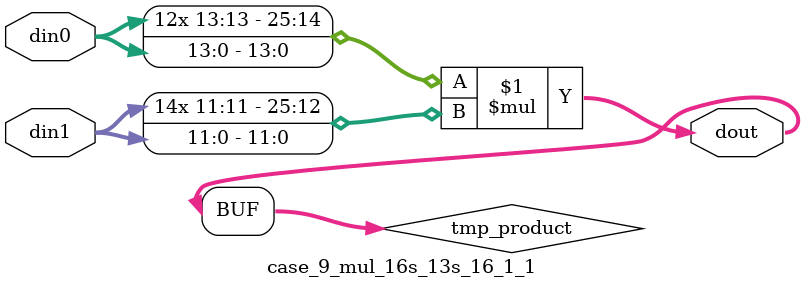
<source format=v>

`timescale 1 ns / 1 ps

 module case_9_mul_16s_13s_16_1_1(din0, din1, dout);
parameter ID = 1;
parameter NUM_STAGE = 0;
parameter din0_WIDTH = 14;
parameter din1_WIDTH = 12;
parameter dout_WIDTH = 26;

input [din0_WIDTH - 1 : 0] din0; 
input [din1_WIDTH - 1 : 0] din1; 
output [dout_WIDTH - 1 : 0] dout;

wire signed [dout_WIDTH - 1 : 0] tmp_product;



























assign tmp_product = $signed(din0) * $signed(din1);








assign dout = tmp_product;





















endmodule

</source>
